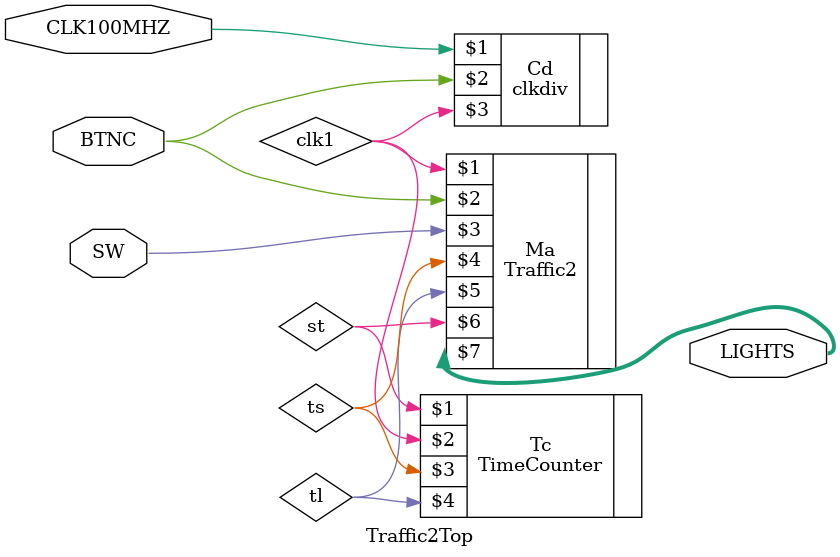
<source format=sv>
module Traffic2Top(
    input logic CLK100MHZ,
    input logic BTNC,
    input logic [0:0] SW,
    output logic [5:0] LIGHTS
    );
    logic clk1, st, ts, tl;
    clkdiv Cd(CLK100MHZ, BTNC, clk1);
    TimeCounter Tc(st, clk1, ts, tl);
    Traffic2 Ma(clk1, BTNC, SW[0], ts, tl, st, LIGHTS);
endmodule

</source>
